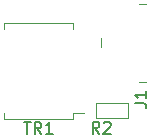
<source format=gbr>
G04 #@! TF.GenerationSoftware,KiCad,Pcbnew,(5.0.2)-1*
G04 #@! TF.CreationDate,2020-08-06T16:14:57-05:00*
G04 #@! TF.ProjectId,xform-plug,78666f72-6d2d-4706-9c75-672e6b696361,rev?*
G04 #@! TF.SameCoordinates,Original*
G04 #@! TF.FileFunction,Legend,Top*
G04 #@! TF.FilePolarity,Positive*
%FSLAX46Y46*%
G04 Gerber Fmt 4.6, Leading zero omitted, Abs format (unit mm)*
G04 Created by KiCad (PCBNEW (5.0.2)-1) date 8/6/2020 4:14:57 PM*
%MOMM*%
%LPD*%
G01*
G04 APERTURE LIST*
%ADD10C,0.100000*%
%ADD11C,0.090000*%
%ADD12C,0.120000*%
%ADD13C,0.150000*%
G04 APERTURE END LIST*
D10*
G04 #@! TO.C,J1*
X23200000Y-850000D02*
X23800000Y-850000D01*
X23200000Y5750000D02*
X23800000Y5750000D01*
X20000000Y2450000D02*
X20000000Y2850000D01*
X20000000Y2450000D02*
X20000000Y2050000D01*
D11*
G04 #@! TO.C,R2*
X19566500Y-2665000D02*
X19566500Y-3935000D01*
X19566500Y-3935000D02*
X22233500Y-3935000D01*
X22233500Y-3935000D02*
X22233500Y-2665000D01*
X22233500Y-2665000D02*
X19566500Y-2665000D01*
D12*
G04 #@! TO.C,TR1*
X11779000Y-3556000D02*
X11779000Y-4064000D01*
X11779000Y-4064000D02*
X17621000Y-4064000D01*
X17621000Y-4064000D02*
X17621000Y-3556000D01*
X17621000Y-3556000D02*
X18510000Y-3556000D01*
X17621000Y3556000D02*
X17621000Y4064000D01*
X17621000Y4064000D02*
X11779000Y4064000D01*
X11779000Y4064000D02*
X11779000Y3556000D01*
G04 #@! TO.C,J1*
D13*
X22802380Y-2683333D02*
X23516666Y-2683333D01*
X23659523Y-2730952D01*
X23754761Y-2826190D01*
X23802380Y-2969047D01*
X23802380Y-3064285D01*
X23802380Y-1683333D02*
X23802380Y-2254761D01*
X23802380Y-1969047D02*
X22802380Y-1969047D01*
X22945238Y-2064285D01*
X23040476Y-2159523D01*
X23088095Y-2254761D01*
G04 #@! TO.C,R2*
X19833333Y-5252380D02*
X19500000Y-4776190D01*
X19261904Y-5252380D02*
X19261904Y-4252380D01*
X19642857Y-4252380D01*
X19738095Y-4300000D01*
X19785714Y-4347619D01*
X19833333Y-4442857D01*
X19833333Y-4585714D01*
X19785714Y-4680952D01*
X19738095Y-4728571D01*
X19642857Y-4776190D01*
X19261904Y-4776190D01*
X20214285Y-4347619D02*
X20261904Y-4300000D01*
X20357142Y-4252380D01*
X20595238Y-4252380D01*
X20690476Y-4300000D01*
X20738095Y-4347619D01*
X20785714Y-4442857D01*
X20785714Y-4538095D01*
X20738095Y-4680952D01*
X20166666Y-5252380D01*
X20785714Y-5252380D01*
G04 #@! TO.C,TR1*
X13438095Y-4278380D02*
X14009523Y-4278380D01*
X13723809Y-5278380D02*
X13723809Y-4278380D01*
X14914285Y-5278380D02*
X14580952Y-4802190D01*
X14342857Y-5278380D02*
X14342857Y-4278380D01*
X14723809Y-4278380D01*
X14819047Y-4326000D01*
X14866666Y-4373619D01*
X14914285Y-4468857D01*
X14914285Y-4611714D01*
X14866666Y-4706952D01*
X14819047Y-4754571D01*
X14723809Y-4802190D01*
X14342857Y-4802190D01*
X15866666Y-5278380D02*
X15295238Y-5278380D01*
X15580952Y-5278380D02*
X15580952Y-4278380D01*
X15485714Y-4421238D01*
X15390476Y-4516476D01*
X15295238Y-4564095D01*
G04 #@! TD*
M02*

</source>
